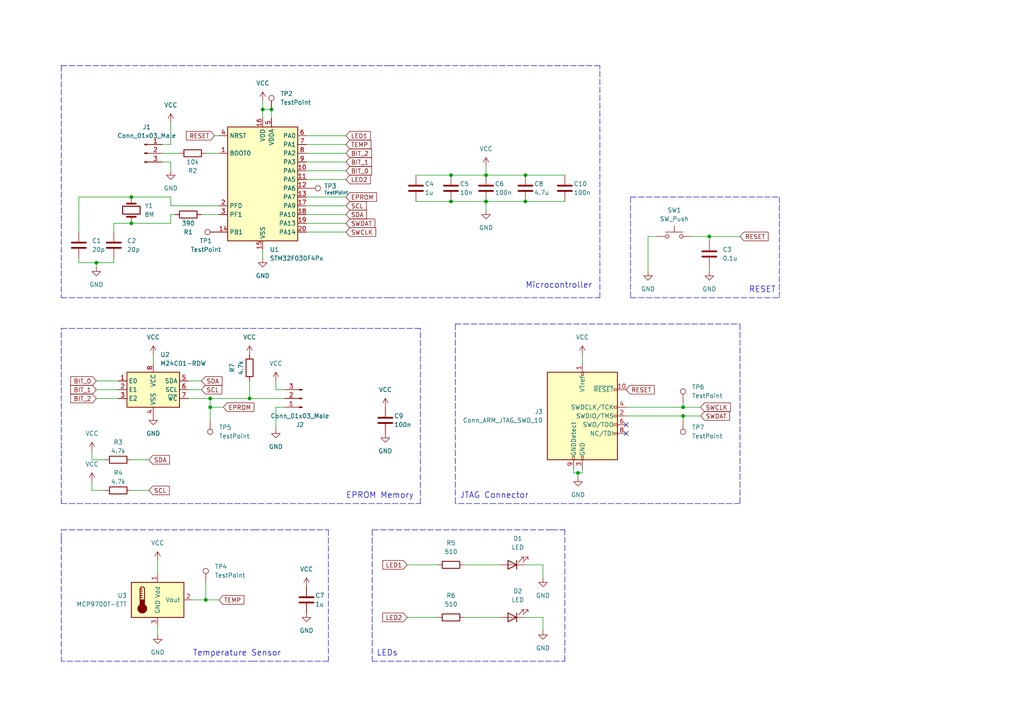
<source format=kicad_sch>
(kicad_sch (version 20211123) (generator eeschema)
  (paper "A4")
  (title_block (title "Carte Tests et Maintenance") (date "2024-02-13") (company "Polytech Lille") (comment 1 "By CAZIN Némo & CEGARRA Antoine"))
  (lib_symbols
    (symbol "Connector:Conn_01x03_Male" (pin_names (offset 1.016) hide)
      (property "Reference" "J" (at 0 5.08 0))
      (property "Value" "Conn_01x03_Male" (at 0 -5.08 0))
      (symbol "Conn_01x03_Male_1_1"
        (polyline (pts (xy 1.27 -2.54) (xy 0.8636 -2.54)) (stroke (width 0.1524)))
        (polyline (pts (xy 1.27 0) (xy 0.8636 0)) (stroke (width 0.1524)))
        (polyline (pts (xy 1.27 2.54) (xy 0.8636 2.54)) (stroke (width 0.1524)))
        (rectangle (start 0.8636 -2.413) (end 0 -2.667) (stroke (width 0.1524)) (fill (type outline)))
        (rectangle (start 0.8636 0.127) (end 0 -0.127) (stroke (width 0.1524)) (fill (type outline)))
        (rectangle (start 0.8636 2.667) (end 0 2.413) (stroke (width 0.1524)) (fill (type outline)))
        (pin passive line (at 5.08 2.54 180) (length 3.81) (name "Pin_1") (number "1"))
        (pin passive line (at 5.08 0 180) (length 3.81) (name "Pin_2") (number "2"))
        (pin passive line (at 5.08 -2.54 180) (length 3.81) (name "Pin_3") (number "3"))
      )
    )
    (symbol "Connector:Conn_ARM_JTAG_SWD_10" (pin_names (offset 1.016))
      (property "Reference" "J" (at -2.54 16.51 0))
      (property "Value" "Conn_ARM_JTAG_SWD_10" (at -2.54 13.97 0))
      (symbol "Conn_ARM_JTAG_SWD_10_0_1"
        (rectangle (start -10.16 12.7) (end 10.16 -12.7) (stroke (width 0.254)) (fill (type background)))
        (rectangle (start -2.794 -12.7) (end -2.286 -11.684))
        (rectangle (start -0.254 -12.7) (end 0.254 -11.684))
        (rectangle (start -0.254 12.7) (end 0.254 11.684))
        (rectangle (start 9.144 2.286) (end 10.16 2.794))
        (rectangle (start 10.16 -2.794) (end 9.144 -2.286))
        (rectangle (start 10.16 -0.254) (end 9.144 0.254))
        (rectangle (start 10.16 7.874) (end 9.144 7.366))
      )
      (symbol "Conn_ARM_JTAG_SWD_10_1_1"
        (rectangle (start 9.144 -5.334) (end 10.16 -4.826))
        (pin power_in line (at 0 15.24 270) (length 2.54) (name "VTref") (number "1"))
        (pin open_collector line (at 12.7 7.62 180) (length 2.54) (name "~{RESET}") (number "10"))
        (pin bidirectional line (at 12.7 0 180) (length 2.54) (name "SWDIO/TMS") (number "2"))
        (pin power_in line (at 0 -15.24 90) (length 2.54) (name "GND") (number "3"))
        (pin output line (at 12.7 2.54 180) (length 2.54) (name "SWDCLK/TCK") (number "4"))
        (pin passive line (at 0 -15.24 90) (length 2.54) hide (name "GND") (number "5"))
        (pin input line (at 12.7 -2.54 180) (length 2.54) (name "SWO/TDO") (number "6"))
        (pin no_connect line (at -10.16 0 0) (length 2.54) hide (name "KEY") (number "7"))
        (pin output line (at 12.7 -5.08 180) (length 2.54) (name "NC/TDI") (number "8"))
        (pin passive line (at -2.54 -15.24 90) (length 2.54) (name "GNDDetect") (number "9"))
      )
    )
    (symbol "Connector:TestPoint" (pin_numbers hide) (pin_names (offset 0.762) hide)
      (property "Reference" "TP" (at 0 6.858 0))
      (property "Value" "TestPoint" (at 0 5.08 0))
      (symbol "TestPoint_0_1"
        (circle (center 0 3.302) (radius 0.762))
      )
      (symbol "TestPoint_1_1"
        (pin passive line (at 0 0 90) (length 2.54) (name "1") (number "1"))
      )
    )
    (symbol "Device:C" (pin_numbers hide) (pin_names (offset 0.254))
      (property "Reference" "C" (at 0.635 2.54 0))
      (property "Value" "C" (at 0.635 -2.54 0))
      (symbol "C_0_1"
        (polyline (pts (xy -2.032 -0.762) (xy 2.032 -0.762)) (stroke (width 0.508)))
        (polyline (pts (xy -2.032 0.762) (xy 2.032 0.762)) (stroke (width 0.508)))
      )
      (symbol "C_1_1"
        (pin passive line (at 0 3.81 270) (length 2.794) (name "~") (number "1"))
        (pin passive line (at 0 -3.81 90) (length 2.794) (name "~") (number "2"))
      )
    )
    (symbol "Device:Crystal" (pin_numbers hide) (pin_names (offset 1.016) hide)
      (property "Reference" "Y" (at 0 3.81 0))
      (property "Value" "Crystal" (at 0 -3.81 0))
      (symbol "Crystal_0_1"
        (rectangle (start -1.143 2.54) (end 1.143 -2.54) (stroke (width 0.3048)))
        (polyline (pts (xy -2.54 0) (xy -1.905 0)))
        (polyline (pts (xy -1.905 -1.27) (xy -1.905 1.27)) (stroke (width 0.508)))
        (polyline (pts (xy 1.905 -1.27) (xy 1.905 1.27)) (stroke (width 0.508)))
        (polyline (pts (xy 2.54 0) (xy 1.905 0)))
      )
      (symbol "Crystal_1_1"
        (pin passive line (at -3.81 0 0) (length 1.27) (name "1") (number "1"))
        (pin passive line (at 3.81 0 180) (length 1.27) (name "2") (number "2"))
      )
    )
    (symbol "Device:LED" (pin_numbers hide) (pin_names (offset 1.016) hide)
      (property "Reference" "D" (at 0 2.54 0))
      (property "Value" "LED" (at 0 -2.54 0))
      (symbol "LED_0_1"
        (polyline (pts (xy -1.27 -1.27) (xy -1.27 1.27)) (stroke (width 0.254)))
        (polyline (pts (xy -1.27 0) (xy 1.27 0)))
        (polyline (pts (xy 1.27 -1.27) (xy 1.27 1.27) (xy -1.27 0) (xy 1.27 -1.27)) (stroke (width 0.254)))
        (polyline (pts (xy -3.048 -0.762) (xy -4.572 -2.286) (xy -3.81 -2.286) (xy -4.572 -2.286) (xy -4.572 -1.524)))
        (polyline (pts (xy -1.778 -0.762) (xy -3.302 -2.286) (xy -2.54 -2.286) (xy -3.302 -2.286) (xy -3.302 -1.524)))
      )
      (symbol "LED_1_1"
        (pin passive line (at -3.81 0 0) (length 2.54) (name "K") (number "1"))
        (pin passive line (at 3.81 0 180) (length 2.54) (name "A") (number "2"))
      )
    )
    (symbol "Device:R" (pin_numbers hide) (pin_names (offset 0))
      (property "Reference" "R" (at 2.032 0 90))
      (property "Value" "R" (at 0 0 90))
      (symbol "R_0_1"
        (rectangle (start -1.016 -2.54) (end 1.016 2.54) (stroke (width 0.254)))
      )
      (symbol "R_1_1"
        (pin passive line (at 0 3.81 270) (length 1.27) (name "~") (number "1"))
        (pin passive line (at 0 -3.81 90) (length 1.27) (name "~") (number "2"))
      )
    )
    (symbol "MCU_ST_STM32F0:STM32F030F4Px"
      (property "Reference" "U" (at -10.16 16.51 0))
      (property "Value" "STM32F030F4Px" (at 5.08 16.51 0))
      (symbol "STM32F030F4Px_0_1"
        (rectangle (start -10.16 -17.78) (end 10.16 15.24) (stroke (width 0.254)) (fill (type background)))
      )
      (symbol "STM32F030F4Px_1_1"
        (pin input line (at -12.7 7.62 0) (length 2.54) (name "BOOT0") (number "1"))
        (pin bidirectional line (at 12.7 2.54 180) (length 2.54) (name "PA4") (number "10"))
        (pin bidirectional line (at 12.7 0 180) (length 2.54) (name "PA5") (number "11"))
        (pin bidirectional line (at 12.7 -2.54 180) (length 2.54) (name "PA6") (number "12"))
        (pin bidirectional line (at 12.7 -5.08 180) (length 2.54) (name "PA7") (number "13"))
        (pin bidirectional line (at -12.7 -15.24 0) (length 2.54) (name "PB1") (number "14"))
        (pin power_in line (at 0 -20.32 90) (length 2.54) (name "VSS") (number "15"))
        (pin power_in line (at 0 17.78 270) (length 2.54) (name "VDD") (number "16"))
        (pin bidirectional line (at 12.7 -7.62 180) (length 2.54) (name "PA9") (number "17"))
        (pin bidirectional line (at 12.7 -10.16 180) (length 2.54) (name "PA10") (number "18"))
        (pin bidirectional line (at 12.7 -12.7 180) (length 2.54) (name "PA13") (number "19"))
        (pin input line (at -12.7 -7.62 0) (length 2.54) (name "PF0") (number "2"))
        (pin bidirectional line (at 12.7 -15.24 180) (length 2.54) (name "PA14") (number "20"))
        (pin input line (at -12.7 -10.16 0) (length 2.54) (name "PF1") (number "3"))
        (pin input line (at -12.7 12.7 0) (length 2.54) (name "NRST") (number "4"))
        (pin power_in line (at 2.54 17.78 270) (length 2.54) (name "VDDA") (number "5"))
        (pin bidirectional line (at 12.7 12.7 180) (length 2.54) (name "PA0") (number "6"))
        (pin bidirectional line (at 12.7 10.16 180) (length 2.54) (name "PA1") (number "7"))
        (pin bidirectional line (at 12.7 7.62 180) (length 2.54) (name "PA2") (number "8"))
        (pin bidirectional line (at 12.7 5.08 180) (length 2.54) (name "PA3") (number "9"))
      )
    )
    (symbol "Memory_EEPROM:M24C01-RDW"
      (property "Reference" "U" (at -6.35 6.35 0))
      (property "Value" "M24C01-RDW" (at 7.62 6.35 0))
      (symbol "M24C01-RDW_0_1"
        (rectangle (start -7.62 5.08) (end 7.62 -5.08) (stroke (width 0.254)) (fill (type background)))
      )
      (symbol "M24C01-RDW_1_1"
        (pin input line (at -10.16 2.54 0) (length 2.54) (name "E0") (number "1"))
        (pin input line (at -10.16 0 0) (length 2.54) (name "E1") (number "2"))
        (pin input line (at -10.16 -2.54 0) (length 2.54) (name "E2") (number "3"))
        (pin power_in line (at 0 -7.62 90) (length 2.54) (name "VSS") (number "4"))
        (pin bidirectional line (at 10.16 2.54 180) (length 2.54) (name "SDA") (number "5"))
        (pin input line (at 10.16 0 180) (length 2.54) (name "SCL") (number "6"))
        (pin input line (at 10.16 -2.54 180) (length 2.54) (name "~{WC}") (number "7"))
        (pin power_in line (at 0 7.62 270) (length 2.54) (name "VCC") (number "8"))
      )
    )
    (symbol "Sensor_Temperature:MCP9700T-ETT" (pin_names (offset 1.016))
      (property "Reference" "U" (at -6.35 6.35 0))
      (property "Value" "MCP9700T-ETT" (at 1.27 6.35 0))
      (symbol "MCP9700T-ETT_0_1"
        (rectangle (start -7.62 5.08) (end 7.62 -5.08) (stroke (width 0.254)) (fill (type background)))
        (circle (center -4.445 -2.54) (radius 1.27) (stroke (width 0.254)) (fill (type outline)))
        (rectangle (start -3.81 -1.905) (end -5.08 0) (stroke (width 0.254)) (fill (type outline)))
        (arc (start -3.81 3.175) (mid -4.445 3.81) (end -5.08 3.175) (stroke (width 0.254)))
        (polyline (pts (xy -5.08 0.635) (xy -4.445 0.635)) (stroke (width 0.254)))
        (polyline (pts (xy -5.08 1.27) (xy -4.445 1.27)) (stroke (width 0.254)))
        (polyline (pts (xy -5.08 1.905) (xy -4.445 1.905)) (stroke (width 0.254)))
        (polyline (pts (xy -5.08 2.54) (xy -4.445 2.54)) (stroke (width 0.254)))
        (polyline (pts (xy -5.08 3.175) (xy -5.08 0)) (stroke (width 0.254)))
        (polyline (pts (xy -5.08 3.175) (xy -4.445 3.175)) (stroke (width 0.254)))
        (polyline (pts (xy -3.81 3.175) (xy -3.81 0)) (stroke (width 0.254)))
      )
      (symbol "MCP9700T-ETT_1_1"
        (pin power_in line (at 0 7.62 270) (length 2.54) (name "Vdd") (number "1"))
        (pin output line (at 10.16 0 180) (length 2.54) (name "Vout") (number "2"))
        (pin power_in line (at 0 -7.62 90) (length 2.54) (name "GND") (number "3"))
      )
    )
    (symbol "Switch:SW_Push" (pin_numbers hide) (pin_names (offset 1.016) hide)
      (property "Reference" "SW" (at 1.27 2.54 0))
      (property "Value" "SW_Push" (at 0 -1.524 0))
      (symbol "SW_Push_0_1"
        (circle (center -2.032 0) (radius 0.508))
        (polyline (pts (xy 0 1.27) (xy 0 3.048)))
        (polyline (pts (xy 2.54 1.27) (xy -2.54 1.27)))
        (circle (center 2.032 0) (radius 0.508))
        (pin passive line (at -5.08 0 0) (length 2.54) (name "1") (number "1"))
        (pin passive line (at 5.08 0 180) (length 2.54) (name "2") (number "2"))
      )
    )
    (symbol "power:GND" (power) (pin_names (offset 0))
      (property "Value" "GND" (at 0 -3.81 0))
      (symbol "GND_0_1"
        (polyline (pts (xy 0 0) (xy 0 -1.27) (xy 1.27 -1.27) (xy 0 -2.54) (xy -1.27 -1.27) (xy 0 -1.27)))
      )
      (symbol "GND_1_1"
        (pin power_in line (at 0 0 270) (length 0) hide (name "GND") (number "1"))
      )
    )
    (symbol "power:VCC" (power) (pin_names (offset 0))
      (property "Value" "VCC" (at 0 3.81 0))
      (symbol "VCC_0_1"
        (polyline (pts (xy -0.762 1.27) (xy 0 2.54)))
        (polyline (pts (xy 0 0) (xy 0 2.54)))
        (polyline (pts (xy 0 2.54) (xy 0.762 1.27)))
      )
      (symbol "VCC_1_1"
        (pin power_in line (at 0 0 90) (length 0) hide (name "VCC") (number "1"))
      )
    )
  )
  (junction (at 60.96 115.57))
  (junction (at 167.64 137.16))
  (junction (at 38.1 64.77))
  (junction (at 72.39 115.57))
  (junction (at 140.97 50.8))
  (junction (at 60.96 118.11))
  (junction (at 76.2 31.75))
  (junction (at 198.12 118.11))
  (junction (at 38.1 57.15))
  (junction (at 130.81 50.8))
  (junction (at 140.97 58.42))
  (junction (at 78.74 31.75))
  (junction (at 198.12 120.65))
  (junction (at 152.4 50.8))
  (junction (at 205.74 68.58))
  (junction (at 59.69 173.99))
  (junction (at 152.4 58.42))
  (junction (at 27.94 76.2))
  (junction (at 130.81 58.42))
  (no_connect (at 181.61 123.19))
  (no_connect (at 181.61 125.73))
  (polyline (pts (xy 214.63 146.05) (xy 132.08 146.05)))
  (wire (pts (xy 134.62 163.83) (xy 144.78 163.83)))
  (wire (pts (xy 49.53 41.91) (xy 49.53 35.56)))
  (polyline (pts (xy 173.99 86.36) (xy 173.99 19.05)))
  (polyline (pts (xy 107.95 191.77) (xy 163.83 191.77)))
  (wire (pts (xy 80.01 118.11) (xy 80.01 124.46)))
  (polyline (pts (xy 160.02 153.67) (xy 163.83 153.67)))
  (polyline (pts (xy 17.78 19.05) (xy 113.03 19.05)))
  (wire (pts (xy 203.2 120.65) (xy 198.12 120.65)))
  (wire (pts (xy 46.99 41.91) (xy 49.53 41.91)))
  (polyline (pts (xy 107.95 153.67) (xy 107.95 191.77)))
  (wire (pts (xy 120.65 50.8) (xy 130.81 50.8)))
  (wire (pts (xy 140.97 48.26) (xy 140.97 50.8)))
  (wire (pts (xy 167.64 137.16) (xy 168.91 137.16)))
  (polyline (pts (xy 173.99 19.05) (xy 113.03 19.05)))
  (wire (pts (xy 45.72 162.56) (xy 45.72 166.37)))
  (wire (pts (xy 76.2 72.39) (xy 76.2 74.93)))
  (wire (pts (xy 22.86 76.2) (xy 22.86 74.93)))
  (wire (pts (xy 88.9 49.53) (xy 100.33 49.53)))
  (wire (pts (xy 72.39 110.49) (xy 72.39 115.57)))
  (wire (pts (xy 27.94 76.2) (xy 33.02 76.2)))
  (wire (pts (xy 82.55 113.03) (xy 80.01 113.03)))
  (wire (pts (xy 118.11 179.07) (xy 127 179.07)))
  (polyline (pts (xy 17.78 156.21) (xy 17.78 153.67)))
  (wire (pts (xy 140.97 50.8) (xy 152.4 50.8)))
  (polyline (pts (xy 17.78 95.25) (xy 97.79 95.25)))
  (wire (pts (xy 59.69 168.91) (xy 59.69 173.99)))
  (wire (pts (xy 198.12 120.65) (xy 198.12 121.92)))
  (wire (pts (xy 205.74 68.58) (xy 214.63 68.58)))
  (wire (pts (xy 22.86 67.31) (xy 22.86 57.15)))
  (polyline (pts (xy 95.25 153.67) (xy 95.25 191.77)))
  (polyline (pts (xy 17.78 153.67) (xy 73.66 153.67)))
  (wire (pts (xy 130.81 50.8) (xy 140.97 50.8)))
  (wire (pts (xy 54.61 110.49) (xy 58.42 110.49)))
  (wire (pts (xy 49.53 64.77) (xy 38.1 64.77)))
  (wire (pts (xy 80.01 113.03) (xy 80.01 110.49)))
  (wire (pts (xy 50.8 62.23) (xy 49.53 62.23)))
  (wire (pts (xy 168.91 137.16) (xy 168.91 135.89)))
  (wire (pts (xy 88.9 52.07) (xy 100.33 52.07)))
  (polyline (pts (xy 17.78 86.36) (xy 113.03 86.36)))
  (wire (pts (xy 44.45 102.87) (xy 44.45 105.41)))
  (wire (pts (xy 38.1 64.77) (xy 33.02 64.77)))
  (wire (pts (xy 205.74 77.47) (xy 205.74 78.74)))
  (wire (pts (xy 198.12 120.65) (xy 181.61 120.65)))
  (wire (pts (xy 49.53 59.69) (xy 63.5 59.69)))
  (wire (pts (xy 88.9 67.31) (xy 100.33 67.31)))
  (wire (pts (xy 140.97 58.42) (xy 152.4 58.42)))
  (wire (pts (xy 30.48 142.24) (xy 26.67 142.24)))
  (wire (pts (xy 203.2 118.11) (xy 198.12 118.11)))
  (wire (pts (xy 88.9 41.91) (xy 100.33 41.91)))
  (wire (pts (xy 152.4 179.07) (xy 157.48 179.07)))
  (wire (pts (xy 54.61 115.57) (xy 60.96 115.57)))
  (wire (pts (xy 166.37 137.16) (xy 167.64 137.16)))
  (wire (pts (xy 27.94 76.2) (xy 22.86 76.2)))
  (polyline (pts (xy 132.08 93.98) (xy 214.63 93.98)))
  (wire (pts (xy 157.48 163.83) (xy 157.48 167.64)))
  (wire (pts (xy 27.94 113.03) (xy 34.29 113.03)))
  (wire (pts (xy 76.2 29.21) (xy 76.2 31.75)))
  (polyline (pts (xy 182.88 57.15) (xy 226.06 57.15)))
  (wire (pts (xy 49.53 57.15) (xy 49.53 59.69)))
  (wire (pts (xy 88.9 59.69) (xy 100.33 59.69)))
  (wire (pts (xy 198.12 116.84) (xy 198.12 118.11)))
  (polyline (pts (xy 132.08 93.98) (xy 132.08 146.05)))
  (polyline (pts (xy 17.78 146.05) (xy 97.79 146.05)))
  (wire (pts (xy 76.2 31.75) (xy 78.74 31.75)))
  (polyline (pts (xy 226.06 86.36) (xy 226.06 57.15)))
  (wire (pts (xy 187.96 68.58) (xy 190.5 68.58)))
  (polyline (pts (xy 97.79 146.05) (xy 121.92 146.05)))
  (wire (pts (xy 88.9 44.45) (xy 100.33 44.45)))
  (wire (pts (xy 118.11 163.83) (xy 127 163.83)))
  (wire (pts (xy 88.9 57.15) (xy 100.33 57.15)))
  (wire (pts (xy 72.39 115.57) (xy 82.55 115.57)))
  (polyline (pts (xy 182.88 57.15) (xy 182.88 86.36)))
  (wire (pts (xy 22.86 57.15) (xy 38.1 57.15)))
  (wire (pts (xy 27.94 115.57) (xy 34.29 115.57)))
  (wire (pts (xy 38.1 142.24) (xy 43.18 142.24)))
  (wire (pts (xy 60.96 118.11) (xy 60.96 121.92)))
  (polyline (pts (xy 73.66 153.67) (xy 95.25 153.67)))
  (wire (pts (xy 205.74 68.58) (xy 205.74 69.85)))
  (polyline (pts (xy 17.78 156.21) (xy 17.78 191.77)))
  (wire (pts (xy 88.9 64.77) (xy 100.33 64.77)))
  (wire (pts (xy 157.48 179.07) (xy 157.48 182.88)))
  (wire (pts (xy 187.96 78.74) (xy 187.96 68.58)))
  (wire (pts (xy 49.53 62.23) (xy 49.53 64.77)))
  (wire (pts (xy 59.69 44.45) (xy 63.5 44.45)))
  (wire (pts (xy 38.1 57.15) (xy 49.53 57.15)))
  (wire (pts (xy 27.94 110.49) (xy 34.29 110.49)))
  (wire (pts (xy 88.9 46.99) (xy 100.33 46.99)))
  (wire (pts (xy 198.12 118.11) (xy 181.61 118.11)))
  (wire (pts (xy 134.62 179.07) (xy 144.78 179.07)))
  (wire (pts (xy 62.23 39.37) (xy 63.5 39.37)))
  (wire (pts (xy 166.37 135.89) (xy 166.37 137.16)))
  (polyline (pts (xy 121.92 146.05) (xy 121.92 95.25)))
  (wire (pts (xy 26.67 133.35) (xy 30.48 133.35)))
  (wire (pts (xy 46.99 46.99) (xy 49.53 46.99)))
  (wire (pts (xy 26.67 142.24) (xy 26.67 139.7)))
  (wire (pts (xy 49.53 46.99) (xy 49.53 49.53)))
  (wire (pts (xy 59.69 173.99) (xy 63.5 173.99)))
  (wire (pts (xy 38.1 133.35) (xy 43.18 133.35)))
  (wire (pts (xy 130.81 58.42) (xy 140.97 58.42)))
  (wire (pts (xy 168.91 102.87) (xy 168.91 105.41)))
  (polyline (pts (xy 113.03 86.36) (xy 173.99 86.36)))
  (polyline (pts (xy 73.66 191.77) (xy 17.78 191.77)))
  (wire (pts (xy 152.4 50.8) (xy 163.83 50.8)))
  (wire (pts (xy 88.9 62.23) (xy 100.33 62.23)))
  (polyline (pts (xy 182.88 86.36) (xy 226.06 86.36)))
  (polyline (pts (xy 121.92 95.25) (xy 97.79 95.25)))
  (wire (pts (xy 60.96 118.11) (xy 64.77 118.11)))
  (wire (pts (xy 78.74 31.75) (xy 78.74 34.29)))
  (wire (pts (xy 45.72 181.61) (xy 45.72 184.15)))
  (wire (pts (xy 33.02 64.77) (xy 33.02 67.31)))
  (wire (pts (xy 58.42 62.23) (xy 63.5 62.23)))
  (polyline (pts (xy 17.78 19.05) (xy 17.78 86.36)))
  (wire (pts (xy 46.99 44.45) (xy 52.07 44.45)))
  (wire (pts (xy 167.64 137.16) (xy 167.64 138.43)))
  (polyline (pts (xy 160.02 153.67) (xy 107.95 153.67)))
  (polyline (pts (xy 163.83 191.77) (xy 163.83 153.67)))
  (wire (pts (xy 60.96 115.57) (xy 72.39 115.57)))
  (wire (pts (xy 54.61 113.03) (xy 58.42 113.03)))
  (wire (pts (xy 60.96 115.57) (xy 60.96 118.11)))
  (wire (pts (xy 26.67 130.81) (xy 26.67 133.35)))
  (wire (pts (xy 140.97 58.42) (xy 140.97 60.96)))
  (polyline (pts (xy 17.78 146.05) (xy 17.78 95.25)))
  (wire (pts (xy 82.55 118.11) (xy 80.01 118.11)))
  (wire (pts (xy 200.66 68.58) (xy 205.74 68.58)))
  (polyline (pts (xy 214.63 93.98) (xy 214.63 146.05)))
  (wire (pts (xy 33.02 76.2) (xy 33.02 74.93)))
  (wire (pts (xy 152.4 163.83) (xy 157.48 163.83)))
  (wire (pts (xy 76.2 34.29) (xy 76.2 31.75)))
  (wire (pts (xy 55.88 173.99) (xy 59.69 173.99)))
  (polyline (pts (xy 95.25 191.77) (xy 73.66 191.77)))
  (wire (pts (xy 27.94 77.47) (xy 27.94 76.2)))
  (wire (pts (xy 152.4 58.42) (xy 163.83 58.42)))
  (wire (pts (xy 88.9 39.37) (xy 100.33 39.37)))
  (wire (pts (xy 120.65 58.42) (xy 130.81 58.42)))
  (text "RESET\n" (at 217.17 85.09 0) (effects (font (size 1.7 1.7)) (justify left bottom)))
  (text "Microcontroller" (at 152.4 83.82 0) (effects (font (size 1.7 1.7)) (justify left bottom)))
  (text "EPROM Memory\n" (at 100.33 144.78 0) (effects (font (size 1.7 1.7)) (justify left bottom)))
  (text "Temperature Sensor" (at 55.88 190.5 0) (effects (font (size 1.7 1.7)) (justify left bottom)))
  (text "JTAG Connector" (at 133.35 144.78 0) (effects (font (size 1.7 1.7)) (justify left bottom)))
  (text "LEDs\n" (at 109.22 190.5 0) (effects (font (size 1.7 1.7)) (justify left bottom)))
  (global_label "LED1" (shape input) (at 100.33 39.37 0) (property "Références Inter-Feuilles" "${INTERSHEET_REFS}" (effects hide)))
  (global_label "SDA" (shape input) (at 100.33 62.23 0) (property "Références Inter-Feuilles" "${INTERSHEET_REFS}" (effects hide)))
  (global_label "RESET" (shape input) (at 214.63 68.58 0) (property "Références Inter-Feuilles" "${INTERSHEET_REFS}" (effects hide)))
  (global_label "TEMP" (shape input) (at 100.33 41.91 0) (property "Références Inter-Feuilles" "${INTERSHEET_REFS}" (effects hide)))
  (global_label "RESET" (shape input) (at 62.23 39.37 180) (property "Références Inter-Feuilles" "${INTERSHEET_REFS}" (effects hide)))
  (global_label "EPROM" (shape input) (at 64.77 118.11 0) (property "Références Inter-Feuilles" "${INTERSHEET_REFS}" (effects hide)))
  (global_label "SCL" (shape input) (at 100.33 59.69 0) (property "Références Inter-Feuilles" "${INTERSHEET_REFS}" (effects hide)))
  (global_label "EPROM" (shape input) (at 100.33 57.15 0) (property "Références Inter-Feuilles" "${INTERSHEET_REFS}" (effects hide)))
  (global_label "SCL" (shape input) (at 43.18 142.24 0) (property "Références Inter-Feuilles" "${INTERSHEET_REFS}" (effects hide)))
  (global_label "TEMP" (shape input) (at 63.5 173.99 0) (property "Références Inter-Feuilles" "${INTERSHEET_REFS}" (effects hide)))
  (global_label "RESET" (shape input) (at 181.61 113.03 0) (property "Références Inter-Feuilles" "${INTERSHEET_REFS}" (effects hide)))
  (global_label "BIT_1" (shape input) (at 27.94 113.03 180) (property "Références Inter-Feuilles" "${INTERSHEET_REFS}" (effects hide)))
  (global_label "SWDAT" (shape input) (at 100.33 64.77 0) (property "Références Inter-Feuilles" "${INTERSHEET_REFS}" (effects hide)))
  (global_label "BIT_0" (shape input) (at 100.33 49.53 0) (property "Références Inter-Feuilles" "${INTERSHEET_REFS}" (effects hide)))
  (global_label "BIT_0" (shape input) (at 27.94 110.49 180) (property "Références Inter-Feuilles" "${INTERSHEET_REFS}" (effects hide)))
  (global_label "LED1" (shape input) (at 118.11 163.83 180) (property "Références Inter-Feuilles" "${INTERSHEET_REFS}" (effects hide)))
  (global_label "LED2" (shape input) (at 100.33 52.07 0) (property "Références Inter-Feuilles" "${INTERSHEET_REFS}" (effects hide)))
  (global_label "LED2" (shape input) (at 118.11 179.07 180) (property "Références Inter-Feuilles" "${INTERSHEET_REFS}" (effects hide)))
  (global_label "SDA" (shape input) (at 43.18 133.35 0) (property "Références Inter-Feuilles" "${INTERSHEET_REFS}" (effects hide)))
  (global_label "SCL" (shape input) (at 58.42 113.03 0) (property "Références Inter-Feuilles" "${INTERSHEET_REFS}" (effects hide)))
  (global_label "BIT_1" (shape input) (at 100.33 46.99 0) (property "Références Inter-Feuilles" "${INTERSHEET_REFS}" (effects hide)))
  (global_label "BIT_2" (shape input) (at 100.33 44.45 0) (property "Références Inter-Feuilles" "${INTERSHEET_REFS}" (effects hide)))
  (global_label "SWCLK" (shape input) (at 100.33 67.31 0) (property "Références Inter-Feuilles" "${INTERSHEET_REFS}" (effects hide)))
  (global_label "SWCLK" (shape input) (at 203.2 118.11 0) (property "Références Inter-Feuilles" "${INTERSHEET_REFS}" (effects hide)))
  (global_label "BIT_2" (shape input) (at 27.94 115.57 180) (property "Références Inter-Feuilles" "${INTERSHEET_REFS}" (effects hide)))
  (global_label "SDA" (shape input) (at 58.42 110.49 0) (property "Références Inter-Feuilles" "${INTERSHEET_REFS}" (effects hide)))
  (global_label "SWDAT" (shape input) (at 203.2 120.65 0) (property "Références Inter-Feuilles" "${INTERSHEET_REFS}" (effects hide)))
  (symbol (lib_id "Connector:TestPoint") (at 198.12 116.84 0) (unit 1)
    (property "Reference" "TP6" (at 200.66 112.2679 0) (effects (justify left)))
    (property "Value" "TestPoint" (at 200.66 114.8079 0) (effects (justify left)))
    (property "Footprint" "TestPoint:TestPoint_Pad_D1.5mm" (effects hide))
  )
  (symbol (lib_id "Switch:SW_Push") (at 195.58 68.58 0) (unit 1)
    (property "Reference" "SW1" (at 195.58 60.96 0))
    (property "Value" "SW_Push" (at 195.58 63.5 0))
    (property "Footprint" "Switches:TACTILE_SWITCH_SMD_5.2MM" (effects hide))
  )
  (symbol (lib_id "power:GND") (at 111.76 125.73 0) (unit 1)
    (property "Reference" "#PWR?" (effects hide))
    (property "Value" "GND" (at 111.76 130.81 0))
  )
  (symbol (lib_id "MCU_ST_STM32F0:STM32F030F4Px") (at 76.2 52.07 0) (unit 1)
    (property "Reference" "U1" (at 78.2194 72.39 0) (effects (justify left)))
    (property "Value" "STM32F030F4Px" (at 78.2194 74.93 0) (effects (justify left)))
    (property "Footprint" "Package_SO:TSSOP-20_4.4x6.5mm_P0.65mm" (effects hide))
    (property "Datasheet" "http://www.st.com/st-web-ui/static/active/en/resource/technical/document/datasheet/DM00088500.pdf" (effects hide))
  )
  (symbol (lib_id "power:VCC") (at 168.91 102.87 0) (unit 1)
    (property "Reference" "#PWR0101" (effects hide))
    (property "Value" "VCC" (at 168.91 97.79 0))
  )
  (symbol (lib_id "power:VCC") (at 111.76 118.11 0) (unit 1)
    (property "Reference" "#PWR?" (effects hide))
    (property "Value" "VCC" (at 111.76 113.03 0))
  )
  (symbol (lib_id "Device:C") (at 22.86 71.12 0) (unit 1)
    (property "Reference" "C1" (at 26.67 69.8499 0) (effects (justify left)))
    (property "Value" "20p" (at 26.67 72.3899 0) (effects (justify left)))
    (property "Footprint" "Capacitor_SMD:C_0603_1608Metric_Pad1.08x0.95mm_HandSolder" (effects hide))
  )
  (symbol (lib_id "Device:Crystal") (at 38.1 60.96 90) (unit 1)
    (property "Reference" "Y1" (at 41.91 59.6899 90) (effects (justify right)))
    (property "Value" "8M" (at 41.91 62.2299 90) (effects (justify right)))
    (property "Footprint" "Crystal:Crystal_SMD_HC49-SD" (effects hide))
  )
  (symbol (lib_id "Connector:TestPoint") (at 78.74 31.75 0) (unit 1)
    (property "Reference" "TP2" (at 81.28 27.1779 0) (effects (justify left)))
    (property "Value" "TestPoint" (at 81.28 29.7179 0) (effects (justify left)))
    (property "Footprint" "TestPoint:TestPoint_Pad_D1.5mm" (effects hide))
  )
  (symbol (lib_id "power:VCC") (at 76.2 29.21 0) (unit 1)
    (property "Reference" "#PWR06" (effects hide))
    (property "Value" "VCC" (at 76.2 24.13 0))
  )
  (symbol (lib_id "Device:R") (at 34.29 133.35 90) (unit 1)
    (property "Reference" "R3" (at 34.29 128.27 90))
    (property "Value" "4.7k" (at 34.29 130.81 90))
    (property "Footprint" "Resistor_SMD:R_0603_1608Metric_Pad0.98x0.95mm_HandSolder" (effects hide))
  )
  (symbol (lib_id "power:GND") (at 157.48 182.88 0) (unit 1)
    (property "Reference" "#PWR0104" (effects hide))
    (property "Value" "GND" (at 157.48 187.96 0))
  )
  (symbol (lib_id "power:GND") (at 44.45 120.65 0) (unit 1)
    (property "Reference" "#PWR013" (effects hide))
    (property "Value" "GND" (at 44.45 125.73 0))
  )
  (symbol (lib_id "Sensor_Temperature:MCP9700T-ETT") (at 45.72 173.99 0) (unit 1)
    (property "Reference" "U3" (at 36.83 172.7199 0) (effects (justify right)))
    (property "Value" "MCP9700T-ETT" (at 36.83 175.2599 0) (effects (justify right)))
    (property "Footprint" "Package_TO_SOT_SMD:SOT-23" (effects hide))
    (property "Datasheet" "http://ww1.microchip.com/downloads/en/DeviceDoc/21942e.pdf" (effects hide))
  )
  (symbol (lib_id "Connector:TestPoint") (at 63.5 67.31 90) (unit 1)
    (property "Reference" "TP1" (at 59.69 69.85 90))
    (property "Value" "TestPoint" (at 59.69 72.39 90))
    (property "Footprint" "TestPoint:TestPoint_Pad_D1.5mm" (effects hide))
  )
  (symbol (lib_id "Device:C") (at 152.4 54.61 0) (unit 1)
    (property "Reference" "C8" (at 154.94 53.34 0) (effects (justify left)))
    (property "Value" "4.7u" (at 154.94 55.88 0) (effects (justify left)))
    (property "Footprint" "Capacitor_SMD:C_0603_1608Metric_Pad1.08x0.95mm_HandSolder" (effects hide))
  )
  (symbol (lib_id "Device:R") (at 54.61 62.23 270) (unit 1)
    (property "Reference" "R1" (at 54.61 67.31 90))
    (property "Value" "390" (at 54.61 64.77 90))
    (property "Footprint" "Resistor_SMD:R_0603_1608Metric_Pad0.98x0.95mm_HandSolder" (effects hide))
  )
  (symbol (lib_id "Device:C") (at 88.9 173.99 0) (unit 1)
    (property "Reference" "C7" (at 91.44 172.72 0) (effects (justify left)))
    (property "Value" "1u" (at 91.44 175.26 0) (effects (justify left)))
    (property "Footprint" "Capacitor_SMD:C_0603_1608Metric_Pad1.08x0.95mm_HandSolder" (effects hide))
  )
  (symbol (lib_id "Device:R") (at 130.81 179.07 90) (unit 1)
    (property "Reference" "R6" (at 130.81 172.72 90))
    (property "Value" "510" (at 130.81 175.26 90))
    (property "Footprint" "Resistor_SMD:R_0603_1608Metric_Pad0.98x0.95mm_HandSolder" (effects hide))
  )
  (symbol (lib_id "Device:C") (at 33.02 71.12 0) (unit 1)
    (property "Reference" "C2" (at 36.83 69.8499 0) (effects (justify left)))
    (property "Value" "20p" (at 36.83 72.3899 0) (effects (justify left)))
    (property "Footprint" "Capacitor_SMD:C_0603_1608Metric_Pad1.08x0.95mm_HandSolder" (effects hide))
  )
  (symbol (lib_id "Device:C") (at 163.83 54.61 0) (unit 1)
    (property "Reference" "C10" (at 166.37 53.34 0) (effects (justify left)))
    (property "Value" "100n" (at 166.37 55.88 0) (effects (justify left)))
    (property "Footprint" "Capacitor_SMD:C_0603_1608Metric_Pad1.08x0.95mm_HandSolder" (effects hide))
  )
  (symbol (lib_id "power:GND") (at 140.97 60.96 0) (unit 1)
    (property "Reference" "#PWR09" (effects hide))
    (property "Value" "GND" (at 140.97 66.04 0))
  )
  (symbol (lib_id "Device:R") (at 72.39 106.68 180) (unit 1)
    (property "Reference" "R7" (at 67.31 106.68 90))
    (property "Value" "4.7k" (at 69.85 106.68 90))
    (property "Footprint" "Resistor_SMD:R_0603_1608Metric_Pad0.98x0.95mm_HandSolder" (effects hide))
  )
  (symbol (lib_id "power:GND") (at 88.9 177.8 0) (unit 1)
    (property "Reference" "#PWR?" (effects hide))
    (property "Value" "GND" (at 88.9 182.88 0))
  )
  (symbol (lib_id "Connector:TestPoint") (at 59.69 168.91 0) (unit 1)
    (property "Reference" "TP4" (at 62.23 164.3379 0) (effects (justify left)))
    (property "Value" "TestPoint" (at 62.23 166.8779 0) (effects (justify left)))
    (property "Footprint" "TestPoint:TestPoint_Pad_D1.5mm" (effects hide))
  )
  (symbol (lib_id "Device:R") (at 34.29 142.24 90) (unit 1)
    (property "Reference" "R4" (at 34.29 137.16 90))
    (property "Value" "4.7k" (at 34.29 139.7 90))
    (property "Footprint" "Resistor_SMD:R_0603_1608Metric_Pad0.98x0.95mm_HandSolder" (effects hide))
  )
  (symbol (lib_id "Memory_EEPROM:M24C01-RDW") (at 44.45 113.03 0) (unit 1)
    (property "Reference" "U2" (at 46.4694 102.87 0) (effects (justify left)))
    (property "Value" "M24C01-RDW" (at 46.4694 105.41 0) (effects (justify left)))
    (property "Footprint" "Package_SO:TSSOP-8_4.4x3mm_P0.65mm" (effects hide))
    (property "Datasheet" "http://www.st.com/content/ccc/resource/technical/document/datasheet/b0/d8/50/40/5a/85/49/6f/DM00071904.pdf/files/DM00071904.pdf/jcr:content/translations/en.DM00071904.pdf" (effects hide))
  )
  (symbol (lib_id "power:VCC") (at 88.9 170.18 0) (unit 1)
    (property "Reference" "#PWR?" (effects hide))
    (property "Value" "VCC" (at 88.9 165.1 0))
  )
  (symbol (lib_id "power:VCC") (at 80.01 110.49 0) (unit 1)
    (property "Reference" "#PWR016" (effects hide))
    (property "Value" "VCC" (at 80.01 105.41 0))
  )
  (symbol (lib_id "power:VCC") (at 45.72 162.56 0) (unit 1)
    (property "Reference" "#PWR014" (effects hide))
    (property "Value" "VCC" (at 45.72 157.48 0))
  )
  (symbol (lib_id "Device:R") (at 55.88 44.45 90) (unit 1)
    (property "Reference" "R2" (at 55.88 49.53 90))
    (property "Value" "10k" (at 55.88 46.99 90))
    (property "Footprint" "Resistor_SMD:R_0603_1608Metric_Pad0.98x0.95mm_HandSolder" (effects hide))
  )
  (symbol (lib_id "Device:C") (at 111.76 121.92 0) (unit 1)
    (property "Reference" "C9" (at 114.3 120.65 0) (effects (justify left)))
    (property "Value" "100n" (at 114.3 123.19 0) (effects (justify left)))
    (property "Footprint" "Capacitor_SMD:C_0603_1608Metric_Pad1.08x0.95mm_HandSolder" (effects hide))
  )
  (symbol (lib_id "Connector:Conn_ARM_JTAG_SWD_10") (at 168.91 120.65 0) (unit 1)
    (property "Reference" "J3" (at 157.48 119.3799 0) (effects (justify right)))
    (property "Value" "Conn_ARM_JTAG_SWD_10" (at 157.48 121.9199 0) (effects (justify right)))
    (property "Footprint" "Connector_PinHeader_2.54mm:PinHeader_2x05_P2.54mm_Vertical" (effects hide))
    (property "Datasheet" "http://infocenter.arm.com/help/topic/com.arm.doc.ddi0314h/DDI0314H_coresight_components_trm.pdf" (effects hide))
  )
  (symbol (lib_id "Device:C") (at 140.97 54.61 0) (unit 1)
    (property "Reference" "C6" (at 143.51 53.34 0) (effects (justify left)))
    (property "Value" "100n" (at 143.51 55.88 0) (effects (justify left)))
    (property "Footprint" "Capacitor_SMD:C_0603_1608Metric_Pad1.08x0.95mm_HandSolder" (effects hide))
  )
  (symbol (lib_id "Device:LED") (at 148.59 179.07 180) (unit 1)
    (property "Reference" "D2" (at 150.1775 171.45 0))
    (property "Value" "LED" (at 150.1775 173.99 0))
    (property "Footprint" "LED_SMD:LED_0603_1608Metric_Pad1.05x0.95mm_HandSolder" (effects hide))
  )
  (symbol (lib_id "Device:C") (at 130.81 54.61 0) (unit 1)
    (property "Reference" "C5" (at 133.35 53.34 0) (effects (justify left)))
    (property "Value" "10n" (at 133.35 55.88 0) (effects (justify left)))
    (property "Footprint" "Capacitor_SMD:C_0603_1608Metric_Pad1.08x0.95mm_HandSolder" (effects hide))
  )
  (symbol (lib_id "power:GND") (at 157.48 167.64 0) (unit 1)
    (property "Reference" "#PWR0103" (effects hide))
    (property "Value" "GND" (at 157.48 172.72 0))
  )
  (symbol (lib_id "power:VCC") (at 72.39 102.87 0) (unit 1)
    (property "Reference" "#PWR018" (effects hide))
    (property "Value" "VCC" (at 72.39 97.79 0))
  )
  (symbol (lib_id "power:GND") (at 80.01 124.46 0) (unit 1)
    (property "Reference" "#PWR017" (effects hide))
    (property "Value" "GND" (at 80.01 129.54 0))
  )
  (symbol (lib_id "Device:C") (at 120.65 54.61 0) (unit 1)
    (property "Reference" "C4" (at 123.19 53.34 0) (effects (justify left)))
    (property "Value" "1u" (at 123.19 55.88 0) (effects (justify left)))
    (property "Footprint" "Capacitor_SMD:C_0603_1608Metric_Pad1.08x0.95mm_HandSolder" (effects hide))
  )
  (symbol (lib_id "Device:R") (at 130.81 163.83 90) (unit 1)
    (property "Reference" "R5" (at 130.81 157.48 90))
    (property "Value" "510" (at 130.81 160.02 90))
    (property "Footprint" "Resistor_SMD:R_0603_1608Metric_Pad0.98x0.95mm_HandSolder" (effects hide))
  )
  (symbol (lib_id "power:GND") (at 49.53 49.53 0) (unit 1)
    (property "Reference" "#PWR05" (effects hide))
    (property "Value" "GND" (at 49.53 54.61 0))
  )
  (symbol (lib_id "Connector:Conn_01x03_Male") (at 87.63 115.57 180) (unit 1)
    (property "Reference" "J2" (at 86.995 123.19 0))
    (property "Value" "Conn_01x03_Male" (at 86.995 120.65 0))
    (property "Footprint" "Connector_PinHeader_1.00mm:PinHeader_1x03_P1.00mm_Vertical" (effects hide))
  )
  (symbol (lib_id "power:VCC") (at 26.67 139.7 0) (unit 1)
    (property "Reference" "#PWR011" (effects hide))
    (property "Value" "VCC" (at 26.67 134.62 0))
  )
  (symbol (lib_id "power:VCC") (at 26.67 130.81 0) (unit 1)
    (property "Reference" "#PWR010" (effects hide))
    (property "Value" "VCC" (at 26.67 125.73 0))
  )
  (symbol (lib_id "power:GND") (at 205.74 78.74 0) (unit 1)
    (property "Reference" "#PWR03" (effects hide))
    (property "Value" "GND" (at 205.74 83.82 0))
  )
  (symbol (lib_id "Device:C") (at 205.74 73.66 0) (unit 1)
    (property "Reference" "C3" (at 209.55 72.3899 0) (effects (justify left)))
    (property "Value" "0.1u" (at 209.55 74.9299 0) (effects (justify left)))
    (property "Footprint" "Capacitor_SMD:C_0603_1608Metric_Pad1.08x0.95mm_HandSolder" (effects hide))
  )
  (symbol (lib_id "Device:LED") (at 148.59 163.83 180) (unit 1)
    (property "Reference" "D1" (at 150.1775 156.21 0))
    (property "Value" "LED" (at 150.1775 158.75 0))
    (property "Footprint" "LED_SMD:LED_0603_1608Metric_Pad1.05x0.95mm_HandSolder" (effects hide))
  )
  (symbol (lib_id "Connector:TestPoint") (at 198.12 121.92 180) (unit 1)
    (property "Reference" "TP7" (at 200.66 123.9519 0) (effects (justify right)))
    (property "Value" "TestPoint" (at 200.66 126.4919 0) (effects (justify right)))
    (property "Footprint" "TestPoint:TestPoint_Pad_D1.5mm" (effects hide))
  )
  (symbol (lib_id "power:GND") (at 76.2 74.93 0) (unit 1)
    (property "Reference" "#PWR07" (effects hide))
    (property "Value" "GND" (at 76.2 80.01 0))
  )
  (symbol (lib_id "power:VCC") (at 49.53 35.56 0) (unit 1)
    (property "Reference" "#PWR04" (effects hide))
    (property "Value" "VCC" (at 49.53 30.48 0))
  )
  (symbol (lib_id "Connector:TestPoint") (at 88.9 54.61 270) (unit 1)
    (property "Reference" "TP3" (at 93.98 53.9749 90) (effects (justify left)))
    (property "Value" "TestPoint" (at 93.98 55.88 90) (effects (font (size 1 1)) (justify left)))
    (property "Footprint" "TestPoint:TestPoint_Pad_D1.5mm" (effects hide))
  )
  (symbol (lib_id "power:GND") (at 45.72 184.15 0) (unit 1)
    (property "Reference" "#PWR015" (effects hide))
    (property "Value" "GND" (at 45.72 189.23 0))
  )
  (symbol (lib_id "power:GND") (at 187.96 78.74 0) (unit 1)
    (property "Reference" "#PWR01" (effects hide))
    (property "Value" "GND" (at 187.96 83.82 0))
  )
  (symbol (lib_id "power:GND") (at 167.64 138.43 0) (unit 1)
    (property "Reference" "#PWR0102" (effects hide))
    (property "Value" "GND" (at 167.64 143.51 0))
  )
  (symbol (lib_id "Connector:TestPoint") (at 60.96 121.92 180) (unit 1)
    (property "Reference" "TP5" (at 63.5 123.9519 0) (effects (justify right)))
    (property "Value" "TestPoint" (at 63.5 126.4919 0) (effects (justify right)))
    (property "Footprint" "TestPoint:TestPoint_Pad_D1.5mm" (effects hide))
  )
  (symbol (lib_id "Connector:Conn_01x03_Male") (at 41.91 44.45 0) (unit 1)
    (property "Reference" "J1" (at 42.545 36.83 0))
    (property "Value" "Conn_01x03_Male" (at 42.545 39.37 0))
    (property "Footprint" "Connector_PinHeader_1.00mm:PinHeader_1x03_P1.00mm_Vertical" (effects hide))
  )
  (symbol (lib_id "power:GND") (at 27.94 77.47 0) (unit 1)
    (property "Reference" "#PWR02" (effects hide))
    (property "Value" "GND" (at 27.94 82.55 0))
  )
  (symbol (lib_id "power:VCC") (at 44.45 102.87 0) (unit 1)
    (property "Reference" "#PWR012" (effects hide))
    (property "Value" "VCC" (at 44.45 97.79 0))
  )
  (symbol (lib_id "power:VCC") (at 140.97 48.26 0) (unit 1)
    (property "Reference" "#PWR08" (effects hide))
    (property "Value" "VCC" (at 140.97 43.18 0))
  )
)
</source>
